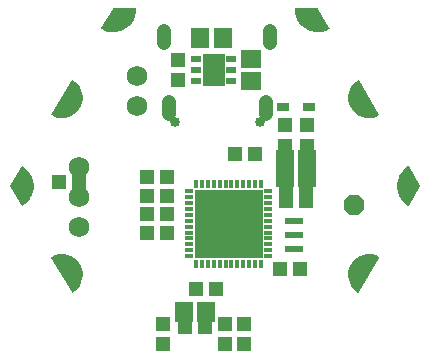
<source format=gbr>
G04 EAGLE Gerber RS-274X export*
G75*
%MOMM*%
%FSLAX34Y34*%
%LPD*%
%INSoldermask Bottom*%
%IPPOS*%
%AMOC8*
5,1,8,0,0,1.08239X$1,22.5*%
G01*
%ADD10R,1.503200X1.703200*%
%ADD11R,1.303200X1.203200*%
%ADD12P,1.869504X8X22.500000*%
%ADD13C,1.727200*%
%ADD14R,1.203200X1.303200*%
%ADD15R,0.753200X0.457200*%
%ADD16R,0.457200X0.753200*%
%ADD17R,5.803200X5.803200*%
%ADD18R,1.603197X0.603200*%
%ADD19R,1.003200X0.703200*%
%ADD20C,0.853200*%
%ADD21C,1.211200*%
%ADD22R,1.703200X1.503200*%
%ADD23R,0.903200X0.603200*%
%ADD24R,1.953200X2.703200*%
%ADD25C,1.733200*%
%ADD26C,1.203200*%

G36*
X-121393Y60622D02*
X-121393Y60622D01*
X-121322Y60619D01*
X-121295Y60630D01*
X-121266Y60632D01*
X-121176Y60674D01*
X-121136Y60689D01*
X-121128Y60697D01*
X-121115Y60702D01*
X-118812Y62302D01*
X-118788Y62327D01*
X-118748Y62354D01*
X-116739Y64311D01*
X-116720Y64340D01*
X-116685Y64374D01*
X-115026Y66634D01*
X-115011Y66666D01*
X-114982Y66705D01*
X-113718Y69208D01*
X-113709Y69241D01*
X-113687Y69284D01*
X-112851Y71961D01*
X-112848Y71996D01*
X-112833Y72042D01*
X-112450Y74820D01*
X-112452Y74855D01*
X-112446Y74902D01*
X-112525Y77706D01*
X-112533Y77740D01*
X-112534Y77788D01*
X-113073Y80540D01*
X-113087Y80572D01*
X-113096Y80619D01*
X-114081Y83245D01*
X-114096Y83270D01*
X-114101Y83289D01*
X-114109Y83300D01*
X-114116Y83319D01*
X-115520Y85747D01*
X-115543Y85773D01*
X-115567Y85815D01*
X-117351Y87979D01*
X-117378Y88000D01*
X-117409Y88038D01*
X-119525Y89878D01*
X-119555Y89895D01*
X-119591Y89927D01*
X-121982Y91394D01*
X-122014Y91406D01*
X-122055Y91431D01*
X-124654Y92485D01*
X-124688Y92491D01*
X-124733Y92509D01*
X-127470Y93121D01*
X-127505Y93122D01*
X-127552Y93132D01*
X-130352Y93285D01*
X-130386Y93280D01*
X-130434Y93283D01*
X-133222Y92972D01*
X-133255Y92962D01*
X-133303Y92956D01*
X-136001Y92191D01*
X-136031Y92176D01*
X-136078Y92162D01*
X-138613Y90964D01*
X-138637Y90946D01*
X-138664Y90936D01*
X-138716Y90887D01*
X-138773Y90845D01*
X-138787Y90820D01*
X-138809Y90800D01*
X-138837Y90734D01*
X-138873Y90673D01*
X-138876Y90644D01*
X-138888Y90617D01*
X-138889Y90546D01*
X-138898Y90476D01*
X-138890Y90448D01*
X-138890Y90418D01*
X-138856Y90326D01*
X-138844Y90284D01*
X-138837Y90276D01*
X-138832Y90263D01*
X-121832Y60863D01*
X-121813Y60841D01*
X-121800Y60814D01*
X-121747Y60767D01*
X-121700Y60714D01*
X-121674Y60701D01*
X-121652Y60682D01*
X-121585Y60659D01*
X-121521Y60628D01*
X-121492Y60627D01*
X-121464Y60617D01*
X-121393Y60622D01*
G37*
G36*
X130386Y208345D02*
X130386Y208345D01*
X130434Y208343D01*
X133222Y208653D01*
X133255Y208663D01*
X133303Y208669D01*
X136001Y209434D01*
X136031Y209450D01*
X136078Y209463D01*
X138613Y210661D01*
X138637Y210679D01*
X138664Y210689D01*
X138716Y210738D01*
X138773Y210780D01*
X138787Y210805D01*
X138809Y210825D01*
X138837Y210891D01*
X138873Y210952D01*
X138876Y210981D01*
X138888Y211008D01*
X138889Y211079D01*
X138898Y211149D01*
X138890Y211177D01*
X138890Y211207D01*
X138856Y211299D01*
X138844Y211341D01*
X138837Y211350D01*
X138832Y211362D01*
X121832Y240762D01*
X121813Y240784D01*
X121800Y240811D01*
X121747Y240858D01*
X121700Y240911D01*
X121674Y240924D01*
X121652Y240943D01*
X121585Y240966D01*
X121521Y240997D01*
X121492Y240998D01*
X121464Y241008D01*
X121393Y241003D01*
X121322Y241006D01*
X121295Y240995D01*
X121266Y240993D01*
X121176Y240951D01*
X121136Y240936D01*
X121128Y240929D01*
X121115Y240923D01*
X118812Y239323D01*
X118788Y239298D01*
X118748Y239271D01*
X116739Y237314D01*
X116720Y237285D01*
X116685Y237251D01*
X115026Y234991D01*
X115011Y234959D01*
X114982Y234920D01*
X113718Y232417D01*
X113709Y232384D01*
X113687Y232341D01*
X112851Y229664D01*
X112848Y229629D01*
X112833Y229583D01*
X112450Y226805D01*
X112452Y226770D01*
X112446Y226723D01*
X112525Y223919D01*
X112533Y223885D01*
X112534Y223837D01*
X113073Y221085D01*
X113087Y221053D01*
X113096Y221006D01*
X114081Y218380D01*
X114099Y218351D01*
X114116Y218306D01*
X115520Y215878D01*
X115543Y215852D01*
X115567Y215810D01*
X117351Y213646D01*
X117378Y213625D01*
X117409Y213587D01*
X119525Y211747D01*
X119555Y211730D01*
X119591Y211698D01*
X121982Y210231D01*
X122014Y210219D01*
X122055Y210194D01*
X124654Y209140D01*
X124688Y209134D01*
X124733Y209116D01*
X127470Y208504D01*
X127505Y208503D01*
X127552Y208493D01*
X130352Y208340D01*
X130386Y208345D01*
G37*
G36*
X121426Y60623D02*
X121426Y60623D01*
X121497Y60623D01*
X121524Y60634D01*
X121553Y60637D01*
X121615Y60672D01*
X121680Y60699D01*
X121701Y60720D01*
X121726Y60734D01*
X121789Y60811D01*
X121819Y60841D01*
X121823Y60852D01*
X121832Y60863D01*
X138832Y90263D01*
X138841Y90290D01*
X138858Y90314D01*
X138873Y90384D01*
X138895Y90451D01*
X138893Y90480D01*
X138899Y90509D01*
X138886Y90579D01*
X138880Y90649D01*
X138867Y90675D01*
X138861Y90704D01*
X138821Y90763D01*
X138789Y90826D01*
X138766Y90845D01*
X138750Y90869D01*
X138668Y90926D01*
X138635Y90953D01*
X138625Y90956D01*
X138613Y90964D01*
X136078Y92162D01*
X136044Y92171D01*
X136001Y92191D01*
X133303Y92956D01*
X133268Y92959D01*
X133222Y92972D01*
X130434Y93283D01*
X130400Y93279D01*
X130352Y93285D01*
X127552Y93132D01*
X127518Y93123D01*
X127470Y93121D01*
X124733Y92509D01*
X124701Y92495D01*
X124654Y92485D01*
X122055Y91431D01*
X122026Y91412D01*
X121982Y91394D01*
X119591Y89927D01*
X119566Y89903D01*
X119525Y89878D01*
X117409Y88038D01*
X117388Y88010D01*
X117351Y87979D01*
X115567Y85815D01*
X115551Y85784D01*
X115520Y85747D01*
X114116Y83319D01*
X114105Y83287D01*
X114098Y83275D01*
X114088Y83259D01*
X114088Y83257D01*
X114081Y83245D01*
X113096Y80619D01*
X113090Y80585D01*
X113073Y80540D01*
X112534Y77788D01*
X112534Y77753D01*
X112525Y77706D01*
X112446Y74902D01*
X112452Y74868D01*
X112450Y74820D01*
X112833Y72042D01*
X112845Y72009D01*
X112851Y71961D01*
X113687Y69284D01*
X113704Y69254D01*
X113718Y69208D01*
X114982Y66705D01*
X115004Y66677D01*
X115026Y66634D01*
X116685Y64374D01*
X116711Y64350D01*
X116739Y64311D01*
X118748Y62354D01*
X118777Y62336D01*
X118812Y62302D01*
X121115Y60702D01*
X121142Y60691D01*
X121165Y60672D01*
X121233Y60652D01*
X121298Y60624D01*
X121327Y60624D01*
X121355Y60615D01*
X121426Y60623D01*
G37*
G36*
X-127552Y208493D02*
X-127552Y208493D01*
X-127518Y208502D01*
X-127470Y208504D01*
X-124733Y209116D01*
X-124701Y209130D01*
X-124654Y209140D01*
X-122055Y210194D01*
X-122026Y210213D01*
X-121982Y210231D01*
X-119591Y211698D01*
X-119566Y211722D01*
X-119525Y211747D01*
X-117409Y213587D01*
X-117388Y213615D01*
X-117351Y213646D01*
X-115567Y215810D01*
X-115551Y215841D01*
X-115520Y215878D01*
X-114116Y218306D01*
X-114105Y218338D01*
X-114081Y218380D01*
X-113096Y221006D01*
X-113090Y221040D01*
X-113073Y221085D01*
X-112534Y223837D01*
X-112534Y223872D01*
X-112525Y223919D01*
X-112446Y226723D01*
X-112452Y226757D01*
X-112450Y226805D01*
X-112833Y229583D01*
X-112845Y229616D01*
X-112851Y229664D01*
X-113687Y232341D01*
X-113704Y232371D01*
X-113718Y232417D01*
X-114982Y234920D01*
X-115004Y234948D01*
X-115026Y234991D01*
X-116685Y237251D01*
X-116711Y237275D01*
X-116739Y237314D01*
X-118748Y239271D01*
X-118777Y239289D01*
X-118812Y239323D01*
X-121115Y240923D01*
X-121142Y240934D01*
X-121165Y240953D01*
X-121233Y240973D01*
X-121298Y241001D01*
X-121327Y241001D01*
X-121355Y241010D01*
X-121426Y241002D01*
X-121497Y241002D01*
X-121524Y240991D01*
X-121553Y240988D01*
X-121615Y240953D01*
X-121680Y240926D01*
X-121701Y240905D01*
X-121726Y240891D01*
X-121789Y240814D01*
X-121819Y240784D01*
X-121823Y240773D01*
X-121832Y240762D01*
X-138832Y211362D01*
X-138841Y211335D01*
X-138858Y211311D01*
X-138873Y211241D01*
X-138895Y211174D01*
X-138893Y211145D01*
X-138899Y211116D01*
X-138886Y211046D01*
X-138880Y210976D01*
X-138867Y210950D01*
X-138861Y210921D01*
X-138821Y210862D01*
X-138789Y210799D01*
X-138766Y210780D01*
X-138750Y210756D01*
X-138668Y210699D01*
X-138635Y210672D01*
X-138625Y210669D01*
X-138613Y210661D01*
X-136078Y209463D01*
X-136044Y209454D01*
X-136001Y209434D01*
X-133303Y208669D01*
X-133268Y208666D01*
X-133222Y208653D01*
X-130434Y208343D01*
X-130400Y208346D01*
X-130352Y208340D01*
X-127552Y208493D01*
G37*
G36*
X163727Y133823D02*
X163727Y133823D01*
X163798Y133823D01*
X163825Y133834D01*
X163854Y133837D01*
X163916Y133873D01*
X163981Y133900D01*
X164002Y133921D01*
X164027Y133935D01*
X164090Y134012D01*
X164120Y134043D01*
X164124Y134053D01*
X164133Y134063D01*
X173633Y150563D01*
X173643Y150595D01*
X173652Y150608D01*
X173656Y150633D01*
X173657Y150636D01*
X173688Y150707D01*
X173688Y150730D01*
X173696Y150752D01*
X173690Y150829D01*
X173691Y150906D01*
X173681Y150930D01*
X173680Y150950D01*
X173659Y150990D01*
X173633Y151062D01*
X164133Y167562D01*
X164114Y167583D01*
X164101Y167610D01*
X164048Y167657D01*
X164001Y167711D01*
X163975Y167723D01*
X163954Y167743D01*
X163886Y167766D01*
X163822Y167797D01*
X163793Y167798D01*
X163766Y167807D01*
X163694Y167803D01*
X163623Y167806D01*
X163596Y167796D01*
X163567Y167794D01*
X163477Y167751D01*
X163437Y167737D01*
X163429Y167729D01*
X163416Y167723D01*
X160893Y165982D01*
X160869Y165957D01*
X160831Y165931D01*
X158619Y163807D01*
X158600Y163779D01*
X158566Y163747D01*
X156724Y161295D01*
X156710Y161265D01*
X156681Y161227D01*
X155256Y158512D01*
X155247Y158481D01*
X155231Y158456D01*
X155230Y158448D01*
X155225Y158439D01*
X154254Y155530D01*
X154250Y155496D01*
X154235Y155452D01*
X153743Y152426D01*
X153744Y152392D01*
X153736Y152346D01*
X153736Y149279D01*
X153737Y149276D01*
X153737Y149273D01*
X153743Y149247D01*
X153743Y149246D01*
X153743Y149199D01*
X154235Y146173D01*
X154247Y146141D01*
X154254Y146095D01*
X155225Y143186D01*
X155242Y143157D01*
X155256Y143113D01*
X156681Y140398D01*
X156703Y140371D01*
X156724Y140330D01*
X158566Y137878D01*
X158591Y137856D01*
X158619Y137818D01*
X160831Y135694D01*
X160859Y135676D01*
X160893Y135643D01*
X163416Y133902D01*
X163443Y133890D01*
X163465Y133872D01*
X163534Y133852D01*
X163599Y133824D01*
X163628Y133823D01*
X163656Y133815D01*
X163727Y133823D01*
G37*
G36*
X-163694Y133822D02*
X-163694Y133822D01*
X-163623Y133819D01*
X-163596Y133829D01*
X-163567Y133831D01*
X-163477Y133874D01*
X-163437Y133888D01*
X-163429Y133896D01*
X-163416Y133902D01*
X-160893Y135643D01*
X-160869Y135668D01*
X-160831Y135694D01*
X-158619Y137818D01*
X-158600Y137846D01*
X-158566Y137878D01*
X-156724Y140330D01*
X-156710Y140360D01*
X-156681Y140398D01*
X-155256Y143113D01*
X-155247Y143145D01*
X-155225Y143186D01*
X-154254Y146095D01*
X-154250Y146129D01*
X-154235Y146173D01*
X-153743Y149199D01*
X-153744Y149233D01*
X-153736Y149279D01*
X-153736Y152346D01*
X-153743Y152379D01*
X-153743Y152426D01*
X-154235Y155452D01*
X-154247Y155484D01*
X-154254Y155530D01*
X-155225Y158439D01*
X-155238Y158462D01*
X-155244Y158486D01*
X-155251Y158496D01*
X-155256Y158512D01*
X-156681Y161227D01*
X-156703Y161254D01*
X-156724Y161295D01*
X-158566Y163747D01*
X-158591Y163769D01*
X-158619Y163807D01*
X-160831Y165931D01*
X-160859Y165949D01*
X-160893Y165982D01*
X-163416Y167723D01*
X-163443Y167735D01*
X-163465Y167753D01*
X-163534Y167774D01*
X-163599Y167801D01*
X-163628Y167802D01*
X-163656Y167810D01*
X-163727Y167802D01*
X-163798Y167802D01*
X-163825Y167791D01*
X-163854Y167788D01*
X-163916Y167753D01*
X-163981Y167725D01*
X-164002Y167704D01*
X-164027Y167690D01*
X-164090Y167613D01*
X-164120Y167582D01*
X-164124Y167572D01*
X-164133Y167562D01*
X-173633Y151062D01*
X-173657Y150989D01*
X-173688Y150918D01*
X-173688Y150895D01*
X-173696Y150873D01*
X-173690Y150796D01*
X-173691Y150719D01*
X-173681Y150695D01*
X-173680Y150675D01*
X-173659Y150635D01*
X-173640Y150583D01*
X-173639Y150578D01*
X-173637Y150576D01*
X-173633Y150563D01*
X-164133Y134063D01*
X-164114Y134042D01*
X-164101Y134015D01*
X-164048Y133968D01*
X-164001Y133914D01*
X-163975Y133902D01*
X-163954Y133882D01*
X-163886Y133859D01*
X-163822Y133828D01*
X-163793Y133827D01*
X-163766Y133818D01*
X-163694Y133822D01*
G37*
G36*
X87369Y281298D02*
X87369Y281298D01*
X87416Y281295D01*
X90454Y281661D01*
X90486Y281671D01*
X90532Y281677D01*
X93472Y282524D01*
X93502Y282540D01*
X93548Y282553D01*
X96314Y283861D01*
X96336Y283878D01*
X96363Y283888D01*
X96415Y283937D01*
X96473Y283980D01*
X96487Y284005D01*
X96508Y284025D01*
X96537Y284090D01*
X96573Y284152D01*
X96576Y284181D01*
X96588Y284207D01*
X96589Y284279D01*
X96598Y284349D01*
X96590Y284377D01*
X96591Y284406D01*
X96555Y284500D01*
X96544Y284541D01*
X96537Y284549D01*
X96533Y284562D01*
X87033Y301062D01*
X86981Y301120D01*
X86935Y301183D01*
X86916Y301194D01*
X86901Y301211D01*
X86831Y301244D01*
X86764Y301284D01*
X86740Y301288D01*
X86722Y301297D01*
X86677Y301299D01*
X86600Y301312D01*
X67600Y301312D01*
X67572Y301306D01*
X67544Y301309D01*
X67476Y301286D01*
X67405Y301272D01*
X67382Y301256D01*
X67355Y301247D01*
X67300Y301200D01*
X67241Y301160D01*
X67226Y301136D01*
X67205Y301117D01*
X67173Y301053D01*
X67134Y300992D01*
X67129Y300964D01*
X67117Y300939D01*
X67108Y300837D01*
X67101Y300796D01*
X67103Y300786D01*
X67102Y300773D01*
X67345Y297723D01*
X67354Y297690D01*
X67358Y297643D01*
X68086Y294672D01*
X68101Y294641D01*
X68112Y294595D01*
X69308Y291779D01*
X69327Y291751D01*
X69345Y291708D01*
X70977Y289120D01*
X71001Y289095D01*
X71025Y289055D01*
X73052Y286763D01*
X73079Y286742D01*
X73110Y286707D01*
X75478Y284769D01*
X75508Y284753D01*
X75544Y284723D01*
X78192Y283190D01*
X78224Y283179D01*
X78264Y283155D01*
X81124Y282067D01*
X81157Y282061D01*
X81201Y282045D01*
X84198Y281429D01*
X84232Y281429D01*
X84278Y281419D01*
X87335Y281292D01*
X87369Y281298D01*
G37*
G36*
X-84278Y281419D02*
X-84278Y281419D01*
X-84245Y281427D01*
X-84198Y281429D01*
X-81201Y282045D01*
X-81170Y282058D01*
X-81124Y282067D01*
X-78264Y283155D01*
X-78236Y283174D01*
X-78192Y283190D01*
X-75544Y284723D01*
X-75518Y284746D01*
X-75478Y284769D01*
X-73110Y286707D01*
X-73088Y286733D01*
X-73052Y286763D01*
X-71025Y289055D01*
X-71009Y289085D01*
X-70977Y289120D01*
X-69345Y291708D01*
X-69333Y291740D01*
X-69308Y291779D01*
X-68112Y294595D01*
X-68105Y294629D01*
X-68086Y294672D01*
X-67358Y297643D01*
X-67356Y297677D01*
X-67345Y297723D01*
X-67102Y300773D01*
X-67106Y300801D01*
X-67101Y300829D01*
X-67118Y300899D01*
X-67126Y300970D01*
X-67141Y300995D01*
X-67147Y301022D01*
X-67190Y301080D01*
X-67226Y301143D01*
X-67248Y301160D01*
X-67265Y301183D01*
X-67327Y301219D01*
X-67384Y301263D01*
X-67412Y301270D01*
X-67436Y301284D01*
X-67536Y301301D01*
X-67577Y301311D01*
X-67587Y301310D01*
X-67600Y301312D01*
X-86600Y301312D01*
X-86676Y301296D01*
X-86754Y301288D01*
X-86773Y301277D01*
X-86795Y301272D01*
X-86859Y301228D01*
X-86927Y301190D01*
X-86943Y301171D01*
X-86959Y301160D01*
X-86983Y301122D01*
X-87033Y301062D01*
X-96533Y284562D01*
X-96542Y284534D01*
X-96558Y284511D01*
X-96573Y284441D01*
X-96596Y284373D01*
X-96593Y284345D01*
X-96599Y284316D01*
X-96586Y284246D01*
X-96580Y284175D01*
X-96567Y284149D01*
X-96561Y284121D01*
X-96521Y284062D01*
X-96488Y283998D01*
X-96466Y283980D01*
X-96450Y283956D01*
X-96367Y283899D01*
X-96335Y283872D01*
X-96324Y283869D01*
X-96314Y283861D01*
X-93548Y282553D01*
X-93515Y282545D01*
X-93472Y282524D01*
X-90532Y281677D01*
X-90498Y281674D01*
X-90454Y281661D01*
X-87416Y281295D01*
X-87382Y281298D01*
X-87335Y281292D01*
X-84278Y281419D01*
G37*
D10*
X58763Y158750D03*
X77763Y158750D03*
D11*
X59763Y147638D03*
X76763Y147638D03*
X59763Y138113D03*
X76763Y138113D03*
D10*
X58763Y173038D03*
X77763Y173038D03*
D11*
X55000Y80963D03*
X72000Y80963D03*
X58738Y185175D03*
X58738Y202175D03*
D12*
X117475Y134938D03*
D13*
X-115888Y166688D03*
X-115888Y141288D03*
X-115888Y115888D03*
D11*
X77788Y202175D03*
X77788Y185175D03*
D14*
X-132325Y153988D03*
X-115325Y153988D03*
D15*
X44913Y146570D03*
X44913Y141569D03*
X44913Y136567D03*
X44913Y131566D03*
X44913Y126565D03*
X44913Y121564D03*
X44913Y116562D03*
X44913Y111561D03*
X44913Y106560D03*
X44913Y101559D03*
X44913Y96557D03*
X44913Y91556D03*
D16*
X38620Y85263D03*
X33619Y85263D03*
X28617Y85263D03*
X23616Y85263D03*
X18615Y85263D03*
X13614Y85263D03*
X8612Y85263D03*
X3611Y85263D03*
X-1391Y85263D03*
X-6392Y85263D03*
X-11394Y85263D03*
X-16395Y85263D03*
D15*
X-22688Y91556D03*
X-22688Y96557D03*
X-22688Y101559D03*
X-22688Y106560D03*
X-22688Y111561D03*
X-22688Y116562D03*
X-22688Y121564D03*
X-22688Y126565D03*
X-22688Y131566D03*
X-22688Y136567D03*
X-22688Y141569D03*
X-22688Y146570D03*
D16*
X-16395Y152863D03*
X-11394Y152863D03*
X-6392Y152863D03*
X-1391Y152863D03*
X3611Y152863D03*
X8612Y152863D03*
X13614Y152863D03*
X18615Y152863D03*
X23616Y152863D03*
X28617Y152863D03*
X33619Y152863D03*
X38620Y152863D03*
D17*
X11113Y119063D03*
D18*
X66675Y97538D03*
X66675Y109538D03*
X66675Y121537D03*
D19*
X79263Y217488D03*
X57263Y217488D03*
D20*
X37588Y204788D03*
X-34413Y204788D03*
D21*
X42888Y212248D02*
X42888Y222328D01*
X-39713Y222328D02*
X-39713Y212248D01*
X-43313Y271748D02*
X-43313Y281828D01*
X46488Y281828D02*
X46488Y271748D01*
D10*
X6325Y276225D03*
X-12675Y276225D03*
D22*
X30163Y239738D03*
X30163Y258738D03*
D23*
X13413Y258738D03*
X13413Y249238D03*
X13413Y239738D03*
X-16588Y239738D03*
X-16588Y249238D03*
X-16588Y258738D03*
D24*
X-1588Y249238D03*
D11*
X-31750Y240738D03*
X-31750Y257738D03*
D25*
X-66675Y244475D03*
X-66675Y219075D03*
D14*
X-57713Y142875D03*
X-40713Y142875D03*
X-40713Y127000D03*
X-57713Y127000D03*
D11*
X-40713Y158750D03*
X-57713Y158750D03*
X-40713Y111125D03*
X-57713Y111125D03*
X23813Y16900D03*
X23813Y33900D03*
X7938Y16900D03*
X7938Y33900D03*
D14*
X563Y63500D03*
X-16438Y63500D03*
D11*
X-44450Y16900D03*
X-44450Y33900D03*
X-25963Y31750D03*
X-8963Y31750D03*
D10*
X-26963Y44450D03*
X-7963Y44450D03*
D26*
X-165200Y150813D03*
X-82600Y293913D03*
X82600Y293913D03*
X165200Y150813D03*
X-123900Y79313D03*
X-123900Y222313D03*
X123900Y222313D03*
X123900Y79313D03*
D14*
X16900Y177800D03*
X33900Y177800D03*
M02*

</source>
